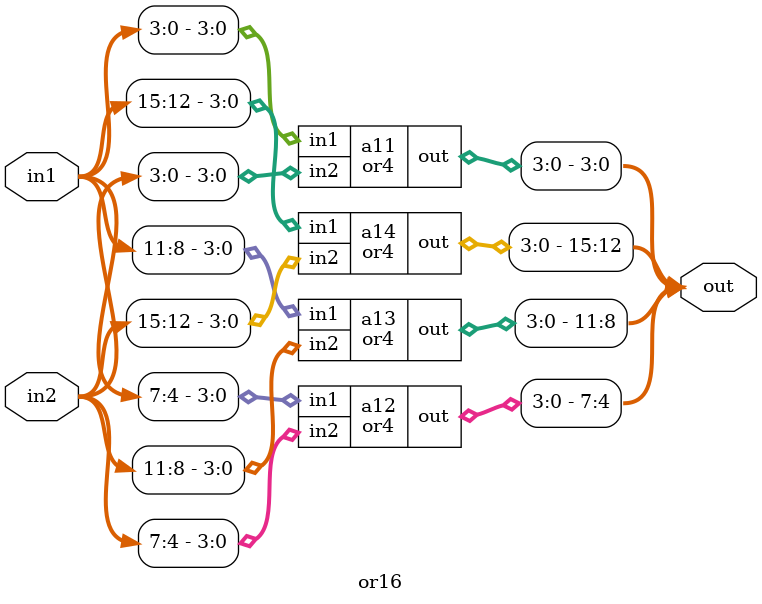
<source format=v>
module and4(in1, in2, out);

	input [3:0] in1, in2;
	output[3:0] out;

	and a1(out[0], in1[0], in2[0]);
	and a2(out[1], in1[1], in2[1]);
	and a3(out[2], in1[2], in2[2]);
	and a4(out[3], in1[3], in2[3]);

endmodule

module and16(in1, in2, out);
	
	input [15:0] in1, in2;
	output[15:0] out;

	and4 a11(.in1(in1[3:0]), .in2(in2[3:0]), .out(out[3:0]));
	and4 a12(.in1(in1[7:4]), .in2(in2[7:4]), .out(out[7:4]));
	and4 a13(.in1(in1[11:8]), .in2(in2[11:8]), .out(out[11:8]));
	and4 a14(.in1(in1[15:12]), .in2(in2[15:12]), .out(out[15:12]));

endmodule

module or4(in1, in2, out);

	input [3:0] in1, in2;
	output[3:0] out;

	or a1(out[0], in1[0], in2[0]);
	or a2(out[1], in1[1], in2[1]);
	or a3(out[2], in1[2], in2[2]);
	or a4(out[3], in1[3], in2[3]);

endmodule

module or16(in1, in2, out);
	
	input [15:0] in1, in2;
	output[15:0] out;

	or4 a11(.in1(in1[3:0]), .in2(in2[3:0]), .out(out[3:0]));
	or4 a12(.in1(in1[7:4]), .in2(in2[7:4]), .out(out[7:4]));
	or4 a13(.in1(in1[11:8]), .in2(in2[11:8]), .out(out[11:8]));
	or4 a14(.in1(in1[15:12]), .in2(in2[15:12]), .out(out[15:12]));

endmodule


</source>
